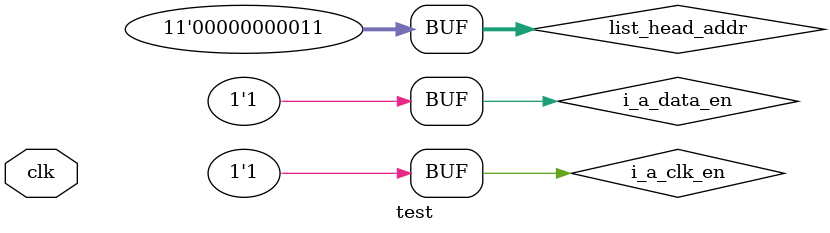
<source format=v>
module test(
    input clk
);

parameter ADDRESS_STEP_N = 11'd3;

localparam 
    BSRAM_IDLE      = 4'd0 ,
    BSRAM_WRITE     = 4'd1 ,
    BSRAM_READ      = 4'd2 ,
    BSRAM_FINISH    = 4'd3 ;
localparam NULL_ADDRESS = 11'd0;

reg i_a_clk_en, i_a_data_en, i_a_wr_en;
reg [7:0]   i_a_date;
reg [7:0]   o_a_date;
reg [10:0]  i_a_address;

reg [10:0]   list_head_addr;

reg [3:0] state;
reg [3:0] step_cnt;
reg [7:0] wr_cnt;

initial begin
    list_head_addr <= 11'd3;
    i_a_clk_en     <= 1;
    i_a_data_en    <= 1;
    i_a_wr_en      <= 0;
    state          <= BSRAM_IDLE;
    step_cnt       <= 0;
    wr_cnt         <= 0;
end

always @(posedge clk) begin
    case(state)
        BSRAM_IDLE:begin
            i_a_wr_en <= 0;
            state <= BSRAM_WRITE;
            step_cnt       <= 0;
            wr_cnt         <= 0;
        end
        BSRAM_WRITE:begin
        end
    endcase
end

Gowin_DPB your_instance_name(
    .douta          (o_a_date), //output [7:0] douta
    .clka           (clk), //input clka
    .ocea           (i_a_data_en), //input ocea
    .cea            (i_a_clk_en), //input cea
    .reseta         (0), //input reseta
    .wrea           (i_a_wr_en), //input wrea
    .ada            (ada_i), //input [10:0] ada
    .dina           (i_a_date), //input [7:0] dina
    // .doutb          (doutb_o), //output [7:0] doutb
    // .clkb           (clkb_i), //input clkb
    // .oceb           (oceb_i), //input oceb
    // .ceb            (ceb_i), //input ceb
    // .resetb         (resetb_i), //input resetb
    // .wreb           (wreb_i), //input wreb
    // .adb            (adb_i), //input [10:0] adb
    // .dinb           (dinb_i) //input [7:0] dinb
);

endmodule
</source>
